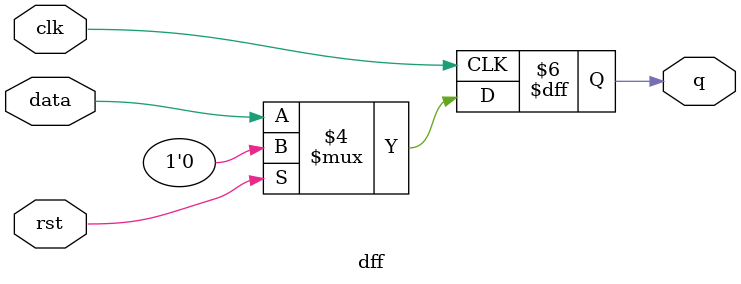
<source format=v>
`timescale 1ns / 1ps


module dff(data, q, clk, rst);

input data, clk, rst;
output q;

reg q; 

always @(posedge clk)
begin
if (rst == 1'b1) 
    begin 
        q <= 1'b0;
    end 
else 
    begin 
        q <= data; 
    end 
end

endmodule

</source>
